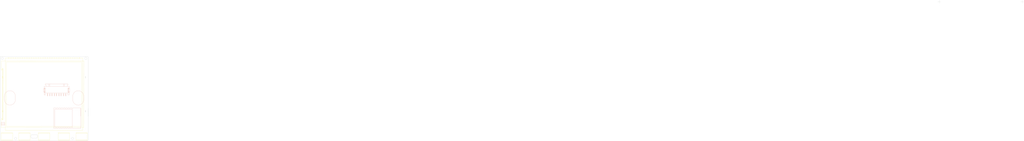
<source format=kicad_pcb>
(kicad_pcb (version 20171130) (host pcbnew "(5.1.4)-1")

  (general
    (thickness 1.6)
    (drawings 450)
    (tracks 0)
    (zones 0)
    (modules 0)
    (nets 1)
  )

  (page A4)
  (layers
    (0 F.Cu signal)
    (31 B.Cu signal)
    (32 B.Adhes user)
    (33 F.Adhes user)
    (34 B.Paste user)
    (35 F.Paste user)
    (36 B.SilkS user)
    (37 F.SilkS user)
    (38 B.Mask user)
    (39 F.Mask user)
    (40 Dwgs.User user)
    (41 Cmts.User user)
    (42 Eco1.User user)
    (43 Eco2.User user)
    (44 Edge.Cuts user)
    (45 Margin user)
    (46 B.CrtYd user)
    (47 F.CrtYd user)
    (48 B.Fab user)
    (49 F.Fab user)
  )

  (setup
    (last_trace_width 0.25)
    (trace_clearance 0.2)
    (zone_clearance 0.508)
    (zone_45_only no)
    (trace_min 0.2)
    (via_size 0.8)
    (via_drill 0.4)
    (via_min_size 0.4)
    (via_min_drill 0.3)
    (uvia_size 0.3)
    (uvia_drill 0.1)
    (uvias_allowed no)
    (uvia_min_size 0.2)
    (uvia_min_drill 0.1)
    (edge_width 0.05)
    (segment_width 0.2)
    (pcb_text_width 0.3)
    (pcb_text_size 1.5 1.5)
    (mod_edge_width 0.12)
    (mod_text_size 1 1)
    (mod_text_width 0.15)
    (pad_size 1.524 1.524)
    (pad_drill 0.762)
    (pad_to_mask_clearance 0.051)
    (solder_mask_min_width 0.25)
    (aux_axis_origin 0 0)
    (visible_elements FFFFFF7F)
    (pcbplotparams
      (layerselection 0x010fc_ffffffff)
      (usegerberextensions false)
      (usegerberattributes false)
      (usegerberadvancedattributes false)
      (creategerberjobfile false)
      (excludeedgelayer true)
      (linewidth 0.100000)
      (plotframeref false)
      (viasonmask false)
      (mode 1)
      (useauxorigin false)
      (hpglpennumber 1)
      (hpglpenspeed 20)
      (hpglpendiameter 15.000000)
      (psnegative false)
      (psa4output false)
      (plotreference true)
      (plotvalue true)
      (plotinvisibletext false)
      (padsonsilk false)
      (subtractmaskfromsilk false)
      (outputformat 1)
      (mirror false)
      (drillshape 1)
      (scaleselection 1)
      (outputdirectory ""))
  )

  (net 0 "")

  (net_class Default 这是默认网络类。
    (clearance 0.2)
    (trace_width 0.25)
    (via_dia 0.8)
    (via_drill 0.4)
    (uvia_dia 0.3)
    (uvia_drill 0.1)
  )

  (gr_arc (start 125.33592 118.91316) (end 125.33592 117.91316) (angle -90) (layer Edge.Cuts) (width 0.127))
  (gr_arc (start 125.33592 119.91316) (end 124.33592 119.91316) (angle -90) (layer Edge.Cuts) (width 0.127))
  (gr_arc (start 129.03593 119.91316) (end 129.03593 120.91316) (angle -90) (layer Edge.Cuts) (width 0.127))
  (gr_arc (start 129.03593 118.91316) (end 130.03593 118.91316) (angle -90) (layer Edge.Cuts) (width 0.127))
  (gr_circle (center 110.8859 121.36318) (end 111.8859 121.36318) (layer Edge.Cuts) (width 0.127))
  (gr_circle (center 172.48594 50.76314) (end 173.48594 50.76314) (layer Edge.Cuts) (width 0.127))
  (gr_circle (center 160.78593 121.36318) (end 161.78593 121.36318) (layer Edge.Cuts) (width 0.127))
  (gr_circle (center 99.18589 50.76314) (end 100.18589 50.76314) (layer Edge.Cuts) (width 0.127))
  (gr_line (start 125.33592 120.91316) (end 129.03593 120.91316) (layer Edge.Cuts) (width 0.127))
  (gr_line (start 130.03593 119.91316) (end 130.03593 118.91316) (layer Edge.Cuts) (width 0.127))
  (gr_line (start 124.33592 119.91316) (end 124.33592 118.91316) (layer Edge.Cuts) (width 0.127))
  (gr_line (start 125.33592 117.91316) (end 129.03593 117.91316) (layer Edge.Cuts) (width 0.127))
  (gr_line (start 920.82934 0.01) (end 920.82934 -0.18342) (layer Edge.Cuts) (width 0))
  (gr_line (start 920.98229 0.95049) (end 920.98229 0.93114) (layer Edge.Cuts) (width 0))
  (gr_line (start 920.99932 2.30498) (end 920.99932 -0.19502) (layer Edge.Cuts) (width 0))
  (gr_line (start 921.01635 0.95049) (end 921.01635 0.93114) (layer Edge.Cuts) (width 0))
  (gr_line (start 921.01635 1.17882) (end 921.01635 1.15947) (layer Edge.Cuts) (width 0))
  (gr_line (start 921.1693 0.01) (end 921.1693 -0.18342) (layer Edge.Cuts) (width 0))
  (gr_line (start 921.1693 2.29339) (end 921.1693 2.09996) (layer Edge.Cuts) (width 0))
  (gr_line (start 922.0443 0.885) (end 922.23772 0.885) (layer Edge.Cuts) (width 0))
  (gr_line (start 994.74438 0.885) (end 994.93773 0.885) (layer Edge.Cuts) (width 0))
  (gr_line (start 992.46099 0.885) (end 992.65435 0.885) (layer Edge.Cuts) (width 0))
  (gr_line (start 919.76092 0.885) (end 919.95434 0.885) (layer Edge.Cuts) (width 0))
  (gr_line (start 921.10381 1.03795) (end 921.12316 1.03795) (layer Edge.Cuts) (width 0))
  (gr_line (start 993.80388 1.03795) (end 993.82317 1.03795) (layer Edge.Cuts) (width 0))
  (gr_line (start 993.57549 1.03795) (end 993.59484 1.03795) (layer Edge.Cuts) (width 0))
  (gr_line (start 920.87548 1.03795) (end 920.89483 1.03795) (layer Edge.Cuts) (width 0))
  (gr_line (start 919.74932 1.05498) (end 922.24932 1.05498) (layer Edge.Cuts) (width 0))
  (gr_line (start 992.44933 1.05498) (end 994.94933 1.05498) (layer Edge.Cuts) (width 0))
  (gr_line (start 921.10381 1.07195) (end 921.12316 1.07195) (layer Edge.Cuts) (width 0))
  (gr_line (start 993.80388 1.07195) (end 993.82317 1.07195) (layer Edge.Cuts) (width 0))
  (gr_line (start 922.0443 1.22496) (end 922.23772 1.22496) (layer Edge.Cuts) (width 0))
  (gr_line (start 994.74438 1.22496) (end 994.93773 1.22496) (layer Edge.Cuts) (width 0))
  (gr_line (start 993.52935 0.01) (end 993.52935 -0.18342) (layer Edge.Cuts) (width 0))
  (gr_line (start 993.68236 0.95049) (end 993.68236 0.93114) (layer Edge.Cuts) (width 0))
  (gr_line (start 993.69933 2.30498) (end 993.69933 -0.19502) (layer Edge.Cuts) (width 0))
  (gr_line (start 993.71636 0.95049) (end 993.71636 0.93114) (layer Edge.Cuts) (width 0))
  (gr_line (start 993.71636 1.17882) (end 993.71636 1.15947) (layer Edge.Cuts) (width 0))
  (gr_line (start 993.86938 0.01) (end 993.86938 -0.18342) (layer Edge.Cuts) (width 0))
  (gr_line (start 993.86938 2.29339) (end 993.86938 2.09996) (layer Edge.Cuts) (width 0))
  (gr_line (start 173.93595 49.01314) (end 174.43595 49.51314) (layer Edge.Cuts) (width 0.127))
  (gr_line (start 173.93595 123.41318) (end 174.43595 122.91318) (layer Edge.Cuts) (width 0.127))
  (gr_line (start 174.43595 122.91318) (end 174.43595 49.51314) (layer Edge.Cuts) (width 0.127))
  (gr_line (start 172.51096 97.96317) (end 172.51096 96.76315) (layer Edge.Cuts) (width 0.127))
  (gr_line (start 172.51096 67.96315) (end 172.51096 66.76315) (layer Edge.Cuts) (width 0.127))
  (gr_line (start 171.86094 97.96317) (end 171.86094 96.76315) (layer Edge.Cuts) (width 0.127))
  (gr_line (start 171.86094 67.96315) (end 171.86094 66.76315) (layer Edge.Cuts) (width 0.127))
  (gr_line (start 97.73591 123.41318) (end 173.93595 123.41318) (layer Edge.Cuts) (width 0.127))
  (gr_line (start 171.86094 97.96317) (end 172.51096 97.96317) (layer Edge.Cuts) (width 0.127))
  (gr_line (start 171.86094 67.96315) (end 172.51096 67.96315) (layer Edge.Cuts) (width 0.127))
  (gr_line (start 171.86094 66.76315) (end 172.51096 66.76315) (layer Edge.Cuts) (width 0.127))
  (gr_line (start 97.23591 122.91318) (end 97.23591 49.51314) (layer Edge.Cuts) (width 0.127))
  (gr_line (start 97.73591 49.01314) (end 173.93595 49.01314) (layer Edge.Cuts) (width 0.127))
  (gr_line (start 97.23591 122.91318) (end 97.73591 123.41318) (layer Edge.Cuts) (width 0.127))
  (gr_line (start 97.23591 49.51314) (end 97.73591 49.01314) (layer Edge.Cuts) (width 0.127))
  (gr_line (start 174.40196 101.72173) (end 174.40196 94.58461) (layer Edge.Cuts) (width 0.127))
  (gr_line (start 173.83592 122.81319) (end 173.83592 116.31317) (layer F.SilkS) (width 0.127))
  (gr_line (start 163.83595 122.81319) (end 163.83595 116.31317) (layer F.SilkS) (width 0.127))
  (gr_line (start 158.13593 122.81319) (end 158.13593 116.31317) (layer F.SilkS) (width 0.127))
  (gr_line (start 148.13593 122.81319) (end 148.13593 116.31317) (layer F.SilkS) (width 0.127))
  (gr_line (start 140.83592 122.81319) (end 140.83592 116.31317) (layer F.SilkS) (width 0.127))
  (gr_line (start 130.83592 122.81319) (end 130.83592 116.31317) (layer F.SilkS) (width 0.127))
  (gr_line (start 123.53593 122.81319) (end 123.53593 116.31317) (layer F.SilkS) (width 0.127))
  (gr_line (start 113.5359 122.81319) (end 113.5359 116.31317) (layer F.SilkS) (width 0.127))
  (gr_line (start 98.23591 116.31317) (end 108.23591 116.31317) (layer F.SilkS) (width 0.127))
  (gr_line (start 113.5359 116.31317) (end 123.53593 116.31317) (layer F.SilkS) (width 0.127))
  (gr_line (start 130.83592 116.31317) (end 140.83592 116.31317) (layer F.SilkS) (width 0.127))
  (gr_line (start 148.13593 116.31317) (end 158.13593 116.31317) (layer F.SilkS) (width 0.127))
  (gr_line (start 163.83595 116.31317) (end 173.83592 116.31317) (layer F.SilkS) (width 0.127))
  (gr_line (start 98.23591 116.81317) (end 108.23591 116.81317) (layer F.SilkS) (width 0.127))
  (gr_line (start 113.5359 116.81317) (end 123.53593 116.81317) (layer F.SilkS) (width 0.127))
  (gr_line (start 130.83592 116.81317) (end 140.83592 116.81317) (layer F.SilkS) (width 0.127))
  (gr_line (start 148.13593 116.81317) (end 158.13593 116.81317) (layer F.SilkS) (width 0.127))
  (gr_line (start 163.83595 116.81317) (end 173.83592 116.81317) (layer F.SilkS) (width 0.127))
  (gr_line (start 108.23591 122.81319) (end 108.23591 116.31317) (layer F.SilkS) (width 0.127))
  (gr_line (start 98.23591 122.31319) (end 108.23591 122.31319) (layer F.SilkS) (width 0.127))
  (gr_line (start 113.5359 122.31319) (end 123.53593 122.31319) (layer F.SilkS) (width 0.127))
  (gr_line (start 130.83592 122.31319) (end 140.83592 122.31319) (layer F.SilkS) (width 0.127))
  (gr_line (start 148.13593 122.31319) (end 158.13593 122.31319) (layer F.SilkS) (width 0.127))
  (gr_line (start 163.83595 122.31319) (end 173.83592 122.31319) (layer F.SilkS) (width 0.127))
  (gr_line (start 98.23591 122.81319) (end 108.23591 122.81319) (layer F.SilkS) (width 0.127))
  (gr_line (start 113.5359 122.81319) (end 123.53593 122.81319) (layer F.SilkS) (width 0.127))
  (gr_line (start 130.83592 122.81319) (end 140.83592 122.81319) (layer F.SilkS) (width 0.127))
  (gr_line (start 148.13593 122.81319) (end 158.13593 122.81319) (layer F.SilkS) (width 0.127))
  (gr_line (start 163.83595 122.81319) (end 173.83592 122.81319) (layer F.SilkS) (width 0.127))
  (gr_line (start 98.23591 122.81319) (end 98.23591 116.31317) (layer F.SilkS) (width 0.127))
  (gr_line (start 98.32853 60.96385) (end 98.3336 53.11385) (layer F.SilkS) (width 0.127))
  (gr_line (start 98.29594 111.61388) (end 98.301 103.76386) (layer F.SilkS) (width 0.127))
  (gr_line (start 99.10029 104.86438) (end 99.10099 103.76437) (layer F.SilkS) (width 0.127))
  (gr_line (start 99.12852 60.96436) (end 99.12925 59.86437) (layer F.SilkS) (width 0.127))
  (gr_line (start 99.12531 104.83939) (end 99.15424 59.88937) (layer F.SilkS) (width 0.127))
  (gr_line (start 99.77531 104.83981) (end 99.80424 59.8898) (layer F.SilkS) (width 0.127))
  (gr_line (start 99.8003 104.86482) (end 99.82923 59.86481) (layer F.SilkS) (width 0.127))
  (gr_line (start 99.12925 59.86437) (end 99.82923 59.86481) (layer F.SilkS) (width 0.127))
  (gr_line (start 99.15424 59.88937) (end 99.80424 59.8898) (layer F.SilkS) (width 0.127))
  (gr_line (start 98.32853 60.96385) (end 99.12852 60.96436) (layer F.SilkS) (width 0.127))
  (gr_line (start 98.301 103.76386) (end 99.10099 103.76437) (layer F.SilkS) (width 0.127))
  (gr_line (start 99.12531 104.83939) (end 99.77531 104.83981) (layer F.SilkS) (width 0.127))
  (gr_line (start 99.10029 104.86438) (end 99.8003 104.86482) (layer F.SilkS) (width 0.127))
  (gr_line (start 98.29594 111.61388) (end 170.796 111.66051) (layer F.SilkS) (width 0.127))
  (gr_line (start 170.796 111.66051) (end 170.8336 53.16048) (layer F.SilkS) (width 0.127))
  (gr_line (start 98.3336 53.11385) (end 170.8336 53.16048) (layer F.SilkS) (width 0.127))
  (gr_line (start 99.1609 66.76315) (end 99.81089 66.76315) (layer F.SilkS) (width 0.127))
  (gr_line (start 99.1609 67.96315) (end 99.81089 67.96315) (layer F.SilkS) (width 0.127))
  (gr_line (start 99.1609 96.76315) (end 99.81089 96.76315) (layer F.SilkS) (width 0.127))
  (gr_line (start 99.1609 97.96317) (end 99.81089 97.96317) (layer F.SilkS) (width 0.127))
  (gr_line (start 99.81089 67.96315) (end 99.81089 66.76315) (layer F.SilkS) (width 0.127))
  (gr_line (start 99.81089 97.96317) (end 99.81089 96.76315) (layer F.SilkS) (width 0.127))
  (gr_line (start 99.1609 67.96315) (end 99.1609 66.76315) (layer F.SilkS) (width 0.127))
  (gr_line (start 99.1609 97.96317) (end 99.1609 96.76315) (layer F.SilkS) (width 0.127))
  (gr_line (start 102.83589 54.11314) (end 168.83592 54.11314) (layer F.SilkS) (width 0.127))
  (gr_line (start 168.83592 110.61318) (end 168.83592 54.11314) (layer F.SilkS) (width 0.127))
  (gr_line (start 102.83589 110.61318) (end 168.83592 110.61318) (layer F.SilkS) (width 0.127))
  (gr_line (start 102.83589 110.61318) (end 102.83589 54.11314) (layer F.SilkS) (width 0.127))
  (gr_line (start 166.58592 50.30315) (end 167.08592 50.30315) (layer F.SilkS) (width 0.127))
  (gr_line (start 104.58589 50.30315) (end 105.08589 50.30315) (layer F.SilkS) (width 0.127))
  (gr_line (start 104.58589 50.60313) (end 105.08589 50.60313) (layer F.SilkS) (width 0.127))
  (gr_line (start 166.58592 50.60313) (end 167.08592 50.60313) (layer F.SilkS) (width 0.127))
  (gr_line (start 104.58589 50.60313) (end 104.58589 50.30315) (layer F.SilkS) (width 0.127))
  (gr_line (start 104.58589 50.60313) (end 104.58589 50.30315) (layer F.SilkS) (width 0.127))
  (gr_line (start 105.08589 50.60313) (end 105.08589 50.30315) (layer F.SilkS) (width 0.127))
  (gr_line (start 105.08589 50.60313) (end 105.08589 50.30315) (layer F.SilkS) (width 0.127))
  (gr_line (start 106.58592 50.60313) (end 106.58592 50.30315) (layer F.SilkS) (width 0.127))
  (gr_line (start 107.08592 50.60313) (end 107.08592 50.30315) (layer F.SilkS) (width 0.127))
  (gr_line (start 108.58592 50.60313) (end 108.58592 50.30315) (layer F.SilkS) (width 0.127))
  (gr_line (start 109.08592 50.60313) (end 109.08592 50.30315) (layer F.SilkS) (width 0.127))
  (gr_line (start 110.58592 50.60313) (end 110.58592 50.30315) (layer F.SilkS) (width 0.127))
  (gr_line (start 111.08592 50.60313) (end 111.08592 50.30315) (layer F.SilkS) (width 0.127))
  (gr_line (start 112.58592 50.60313) (end 112.58592 50.30315) (layer F.SilkS) (width 0.127))
  (gr_line (start 113.08592 50.60313) (end 113.08592 50.30315) (layer F.SilkS) (width 0.127))
  (gr_line (start 114.58592 50.60313) (end 114.58592 50.30315) (layer F.SilkS) (width 0.127))
  (gr_line (start 115.08592 50.60313) (end 115.08592 50.30315) (layer F.SilkS) (width 0.127))
  (gr_line (start 116.58592 50.60313) (end 116.58592 50.30315) (layer F.SilkS) (width 0.127))
  (gr_line (start 117.08592 50.60313) (end 117.08592 50.30315) (layer F.SilkS) (width 0.127))
  (gr_line (start 118.58592 50.60313) (end 118.58592 50.30315) (layer F.SilkS) (width 0.127))
  (gr_line (start 119.08592 50.60313) (end 119.08592 50.30315) (layer F.SilkS) (width 0.127))
  (gr_line (start 120.58592 50.60313) (end 120.58592 50.30315) (layer F.SilkS) (width 0.127))
  (gr_line (start 121.08592 50.60313) (end 121.08592 50.30315) (layer F.SilkS) (width 0.127))
  (gr_line (start 122.58592 50.60313) (end 122.58592 50.30315) (layer F.SilkS) (width 0.127))
  (gr_line (start 123.08592 50.60313) (end 123.08592 50.30315) (layer F.SilkS) (width 0.127))
  (gr_line (start 124.58592 50.60313) (end 124.58592 50.30315) (layer F.SilkS) (width 0.127))
  (gr_line (start 125.08592 50.60313) (end 125.08592 50.30315) (layer F.SilkS) (width 0.127))
  (gr_line (start 126.58592 50.60313) (end 126.58592 50.30315) (layer F.SilkS) (width 0.127))
  (gr_line (start 127.08592 50.60313) (end 127.08592 50.30315) (layer F.SilkS) (width 0.127))
  (gr_line (start 128.58592 50.60313) (end 128.58592 50.30315) (layer F.SilkS) (width 0.127))
  (gr_line (start 129.08592 50.60313) (end 129.08592 50.30315) (layer F.SilkS) (width 0.127))
  (gr_line (start 130.58592 50.60313) (end 130.58592 50.30315) (layer F.SilkS) (width 0.127))
  (gr_line (start 131.08592 50.60313) (end 131.08592 50.30315) (layer F.SilkS) (width 0.127))
  (gr_line (start 132.58592 50.60313) (end 132.58592 50.30315) (layer F.SilkS) (width 0.127))
  (gr_line (start 133.08592 50.60313) (end 133.08592 50.30315) (layer F.SilkS) (width 0.127))
  (gr_line (start 134.58592 50.60313) (end 134.58592 50.30315) (layer F.SilkS) (width 0.127))
  (gr_line (start 135.08592 50.60313) (end 135.08592 50.30315) (layer F.SilkS) (width 0.127))
  (gr_line (start 136.58592 50.60313) (end 136.58592 50.30315) (layer F.SilkS) (width 0.127))
  (gr_line (start 137.08592 50.60313) (end 137.08592 50.30315) (layer F.SilkS) (width 0.127))
  (gr_line (start 138.58592 50.60313) (end 138.58592 50.30315) (layer F.SilkS) (width 0.127))
  (gr_line (start 139.08592 50.60313) (end 139.08592 50.30315) (layer F.SilkS) (width 0.127))
  (gr_line (start 140.58592 50.60313) (end 140.58592 50.30315) (layer F.SilkS) (width 0.127))
  (gr_line (start 141.08592 50.60313) (end 141.08592 50.30315) (layer F.SilkS) (width 0.127))
  (gr_line (start 142.58592 50.60313) (end 142.58592 50.30315) (layer F.SilkS) (width 0.127))
  (gr_line (start 143.08592 50.60313) (end 143.08592 50.30315) (layer F.SilkS) (width 0.127))
  (gr_line (start 144.58592 50.60313) (end 144.58592 50.30315) (layer F.SilkS) (width 0.127))
  (gr_line (start 145.08592 50.60313) (end 145.08592 50.30315) (layer F.SilkS) (width 0.127))
  (gr_line (start 146.58592 50.60313) (end 146.58592 50.30315) (layer F.SilkS) (width 0.127))
  (gr_line (start 147.08592 50.60313) (end 147.08592 50.30315) (layer F.SilkS) (width 0.127))
  (gr_line (start 148.58592 50.60313) (end 148.58592 50.30315) (layer F.SilkS) (width 0.127))
  (gr_line (start 149.08592 50.60313) (end 149.08592 50.30315) (layer F.SilkS) (width 0.127))
  (gr_line (start 150.58592 50.60313) (end 150.58592 50.30315) (layer F.SilkS) (width 0.127))
  (gr_line (start 151.08592 50.60313) (end 151.08592 50.30315) (layer F.SilkS) (width 0.127))
  (gr_line (start 152.58592 50.60313) (end 152.58592 50.30315) (layer F.SilkS) (width 0.127))
  (gr_line (start 153.08592 50.60313) (end 153.08592 50.30315) (layer F.SilkS) (width 0.127))
  (gr_line (start 154.58592 50.60313) (end 154.58592 50.30315) (layer F.SilkS) (width 0.127))
  (gr_line (start 155.08592 50.60313) (end 155.08592 50.30315) (layer F.SilkS) (width 0.127))
  (gr_line (start 156.58592 50.60313) (end 156.58592 50.30315) (layer F.SilkS) (width 0.127))
  (gr_line (start 157.08592 50.60313) (end 157.08592 50.30315) (layer F.SilkS) (width 0.127))
  (gr_line (start 104.58589 50.30315) (end 105.08589 50.30315) (layer F.SilkS) (width 0.127))
  (gr_line (start 106.58592 50.30315) (end 107.08592 50.30315) (layer F.SilkS) (width 0.127))
  (gr_line (start 108.58592 50.30315) (end 109.08592 50.30315) (layer F.SilkS) (width 0.127))
  (gr_line (start 110.58592 50.30315) (end 111.08592 50.30315) (layer F.SilkS) (width 0.127))
  (gr_line (start 112.58592 50.30315) (end 113.08592 50.30315) (layer F.SilkS) (width 0.127))
  (gr_line (start 114.58592 50.30315) (end 115.08592 50.30315) (layer F.SilkS) (width 0.127))
  (gr_line (start 116.58592 50.30315) (end 117.08592 50.30315) (layer F.SilkS) (width 0.127))
  (gr_line (start 118.58592 50.30315) (end 119.08592 50.30315) (layer F.SilkS) (width 0.127))
  (gr_line (start 120.58592 50.30315) (end 121.08592 50.30315) (layer F.SilkS) (width 0.127))
  (gr_line (start 122.58592 50.30315) (end 123.08592 50.30315) (layer F.SilkS) (width 0.127))
  (gr_line (start 124.58592 50.30315) (end 125.08592 50.30315) (layer F.SilkS) (width 0.127))
  (gr_line (start 126.58592 50.30315) (end 127.08592 50.30315) (layer F.SilkS) (width 0.127))
  (gr_line (start 128.58592 50.30315) (end 129.08592 50.30315) (layer F.SilkS) (width 0.127))
  (gr_line (start 130.58592 50.30315) (end 131.08592 50.30315) (layer F.SilkS) (width 0.127))
  (gr_line (start 132.58592 50.30315) (end 133.08592 50.30315) (layer F.SilkS) (width 0.127))
  (gr_line (start 134.58592 50.30315) (end 135.08592 50.30315) (layer F.SilkS) (width 0.127))
  (gr_line (start 136.58592 50.30315) (end 137.08592 50.30315) (layer F.SilkS) (width 0.127))
  (gr_line (start 138.58592 50.30315) (end 139.08592 50.30315) (layer F.SilkS) (width 0.127))
  (gr_line (start 140.58592 50.30315) (end 141.08592 50.30315) (layer F.SilkS) (width 0.127))
  (gr_line (start 142.58592 50.30315) (end 143.08592 50.30315) (layer F.SilkS) (width 0.127))
  (gr_line (start 144.58592 50.30315) (end 145.08592 50.30315) (layer F.SilkS) (width 0.127))
  (gr_line (start 146.58592 50.30315) (end 147.08592 50.30315) (layer F.SilkS) (width 0.127))
  (gr_line (start 148.58592 50.30315) (end 149.08592 50.30315) (layer F.SilkS) (width 0.127))
  (gr_line (start 150.58592 50.30315) (end 151.08592 50.30315) (layer F.SilkS) (width 0.127))
  (gr_line (start 152.58592 50.30315) (end 153.08592 50.30315) (layer F.SilkS) (width 0.127))
  (gr_line (start 154.58592 50.30315) (end 155.08592 50.30315) (layer F.SilkS) (width 0.127))
  (gr_line (start 156.58592 50.30315) (end 157.08592 50.30315) (layer F.SilkS) (width 0.127))
  (gr_line (start 158.58592 50.30315) (end 159.08592 50.30315) (layer F.SilkS) (width 0.127))
  (gr_line (start 160.58595 50.30315) (end 161.08592 50.30315) (layer F.SilkS) (width 0.127))
  (gr_line (start 162.58595 50.30315) (end 163.08595 50.30315) (layer F.SilkS) (width 0.127))
  (gr_line (start 164.58595 50.30315) (end 165.08595 50.30315) (layer F.SilkS) (width 0.127))
  (gr_line (start 166.58592 50.30315) (end 167.08592 50.30315) (layer F.SilkS) (width 0.127))
  (gr_line (start 166.58592 50.60313) (end 167.08592 50.60313) (layer F.SilkS) (width 0.127))
  (gr_line (start 164.58595 50.60313) (end 165.08595 50.60313) (layer F.SilkS) (width 0.127))
  (gr_line (start 162.58595 50.60313) (end 163.08595 50.60313) (layer F.SilkS) (width 0.127))
  (gr_line (start 160.58595 50.60313) (end 161.08592 50.60313) (layer F.SilkS) (width 0.127))
  (gr_line (start 158.58592 50.60313) (end 159.08592 50.60313) (layer F.SilkS) (width 0.127))
  (gr_line (start 156.58592 50.60313) (end 157.08592 50.60313) (layer F.SilkS) (width 0.127))
  (gr_line (start 154.58592 50.60313) (end 155.08592 50.60313) (layer F.SilkS) (width 0.127))
  (gr_line (start 152.58592 50.60313) (end 153.08592 50.60313) (layer F.SilkS) (width 0.127))
  (gr_line (start 150.58592 50.60313) (end 151.08592 50.60313) (layer F.SilkS) (width 0.127))
  (gr_line (start 148.58592 50.60313) (end 149.08592 50.60313) (layer F.SilkS) (width 0.127))
  (gr_line (start 146.58592 50.60313) (end 147.08592 50.60313) (layer F.SilkS) (width 0.127))
  (gr_line (start 144.58592 50.60313) (end 145.08592 50.60313) (layer F.SilkS) (width 0.127))
  (gr_line (start 142.58592 50.60313) (end 143.08592 50.60313) (layer F.SilkS) (width 0.127))
  (gr_line (start 140.58592 50.60313) (end 141.08592 50.60313) (layer F.SilkS) (width 0.127))
  (gr_line (start 138.58592 50.60313) (end 139.08592 50.60313) (layer F.SilkS) (width 0.127))
  (gr_line (start 136.58592 50.60313) (end 137.08592 50.60313) (layer F.SilkS) (width 0.127))
  (gr_line (start 134.58592 50.60313) (end 135.08592 50.60313) (layer F.SilkS) (width 0.127))
  (gr_line (start 132.58592 50.60313) (end 133.08592 50.60313) (layer F.SilkS) (width 0.127))
  (gr_line (start 130.58592 50.60313) (end 131.08592 50.60313) (layer F.SilkS) (width 0.127))
  (gr_line (start 128.58592 50.60313) (end 129.08592 50.60313) (layer F.SilkS) (width 0.127))
  (gr_line (start 126.58592 50.60313) (end 127.08592 50.60313) (layer F.SilkS) (width 0.127))
  (gr_line (start 124.58592 50.60313) (end 125.08592 50.60313) (layer F.SilkS) (width 0.127))
  (gr_line (start 122.58592 50.60313) (end 123.08592 50.60313) (layer F.SilkS) (width 0.127))
  (gr_line (start 120.58592 50.60313) (end 121.08592 50.60313) (layer F.SilkS) (width 0.127))
  (gr_line (start 118.58592 50.60313) (end 119.08592 50.60313) (layer F.SilkS) (width 0.127))
  (gr_line (start 116.58592 50.60313) (end 117.08592 50.60313) (layer F.SilkS) (width 0.127))
  (gr_line (start 114.58592 50.60313) (end 115.08592 50.60313) (layer F.SilkS) (width 0.127))
  (gr_line (start 112.58592 50.60313) (end 113.08592 50.60313) (layer F.SilkS) (width 0.127))
  (gr_line (start 110.58592 50.60313) (end 111.08592 50.60313) (layer F.SilkS) (width 0.127))
  (gr_line (start 108.58592 50.60313) (end 109.08592 50.60313) (layer F.SilkS) (width 0.127))
  (gr_line (start 106.58592 50.60313) (end 107.08592 50.60313) (layer F.SilkS) (width 0.127))
  (gr_line (start 104.58589 50.60313) (end 105.08589 50.60313) (layer F.SilkS) (width 0.127))
  (gr_line (start 158.58592 50.60313) (end 158.58592 50.30315) (layer F.SilkS) (width 0.127))
  (gr_line (start 159.08592 50.60313) (end 159.08592 50.30315) (layer F.SilkS) (width 0.127))
  (gr_line (start 160.58595 50.60313) (end 160.58595 50.30315) (layer F.SilkS) (width 0.127))
  (gr_line (start 161.08592 50.60313) (end 161.08592 50.30315) (layer F.SilkS) (width 0.127))
  (gr_line (start 162.58595 50.60313) (end 162.58595 50.30315) (layer F.SilkS) (width 0.127))
  (gr_line (start 163.08595 50.60313) (end 163.08595 50.30315) (layer F.SilkS) (width 0.127))
  (gr_line (start 164.58595 50.60313) (end 164.58595 50.30315) (layer F.SilkS) (width 0.127))
  (gr_line (start 165.08595 50.60313) (end 165.08595 50.30315) (layer F.SilkS) (width 0.127))
  (gr_line (start 166.58592 50.60313) (end 166.58592 50.30315) (layer F.SilkS) (width 0.127))
  (gr_line (start 166.58592 50.60313) (end 166.58592 50.30315) (layer F.SilkS) (width 0.127))
  (gr_line (start 167.08592 50.60313) (end 167.08592 50.30315) (layer F.SilkS) (width 0.127))
  (gr_line (start 167.08592 50.60313) (end 167.08592 50.30315) (layer F.SilkS) (width 0.127))
  (gr_line (start 166.03935 50.61314) (end 169.83592 50.61314) (layer F.SilkS) (width 0.127))
  (gr_line (start 104.06336 50.61314) (end 166.08592 50.61314) (layer F.SilkS) (width 0.127))
  (gr_line (start 101.83589 50.61314) (end 104.08589 50.61314) (layer F.SilkS) (width 0.127))
  (gr_line (start 169.83592 114.11318) (end 169.83592 50.61314) (layer F.SilkS) (width 0.127))
  (gr_line (start 167.58592 114.11318) (end 169.83592 114.11318) (layer F.SilkS) (width 0.127))
  (gr_line (start 101.83589 114.11318) (end 167.58592 114.11318) (layer F.SilkS) (width 0.127))
  (gr_line (start 101.83589 114.11318) (end 101.83589 50.61314) (layer F.SilkS) (width 0.127))
  (gr_circle (center 167.95744 94.45961) (end 167.98919 94.45961) (layer B.SilkS) (width 0.0635))
  (gr_arc (start 160.45741 94.45961) (end 159.95741 94.45961) (angle -180) (layer B.SilkS) (width 0.127))
  (gr_arc (start 158.45741 94.45961) (end 157.95741 94.45961) (angle -180) (layer B.SilkS) (width 0.127))
  (gr_arc (start 156.45741 94.45961) (end 155.95741 94.45961) (angle -180) (layer B.SilkS) (width 0.127))
  (gr_arc (start 154.45741 94.45961) (end 153.95741 94.45961) (angle -180) (layer B.SilkS) (width 0.127))
  (gr_arc (start 152.45741 94.45961) (end 151.95741 94.45961) (angle -180) (layer B.SilkS) (width 0.127))
  (gr_arc (start 150.45741 94.45961) (end 149.95741 94.45961) (angle -180) (layer B.SilkS) (width 0.127))
  (gr_arc (start 148.45741 94.45961) (end 147.95741 94.45961) (angle -180) (layer B.SilkS) (width 0.127))
  (gr_arc (start 146.45741 94.45961) (end 145.95741 94.45961) (angle -180) (layer B.SilkS) (width 0.127))
  (gr_arc (start 146.45741 112.45963) (end 146.95741 112.45963) (angle -180) (layer B.SilkS) (width 0.127))
  (gr_arc (start 148.45741 112.45963) (end 148.95741 112.45963) (angle -180) (layer B.SilkS) (width 0.127))
  (gr_arc (start 150.45741 112.45963) (end 150.95741 112.45963) (angle -180) (layer B.SilkS) (width 0.127))
  (gr_arc (start 152.45741 112.45963) (end 152.95741 112.45963) (angle -180) (layer B.SilkS) (width 0.127))
  (gr_arc (start 154.45741 112.45963) (end 154.95741 112.45963) (angle -180) (layer B.SilkS) (width 0.127))
  (gr_arc (start 156.45741 112.45963) (end 156.95741 112.45963) (angle -180) (layer B.SilkS) (width 0.127))
  (gr_arc (start 158.45741 112.45963) (end 158.95741 112.45963) (angle -180) (layer B.SilkS) (width 0.127))
  (gr_arc (start 160.45741 112.45963) (end 160.95741 112.45963) (angle -180) (layer B.SilkS) (width 0.127))
  (gr_arc (start 165.79325 87.21317) (end 161.050201 86.956296) (angle -180) (layer B.SilkS) (width 0.127))
  (gr_arc (start 165.79325 84.01315) (end 170.536299 83.756276) (angle -180) (layer B.SilkS) (width 0.127))
  (gr_arc (start 105.87861 84.01315) (end 110.621659 84.270024) (angle -180) (layer B.SilkS) (width 0.127))
  (gr_arc (start 105.87861 87.21317) (end 101.135561 87.470044) (angle -180) (layer B.SilkS) (width 0.127))
  (gr_arc (start 135.83592 85.61316) (end 161.048981 86.978651) (angle -6.1) (layer B.SilkS) (width 0.127))
  (gr_arc (start 135.83592 85.61316) (end 110.622859 84.247669) (angle -6.1) (layer B.SilkS) (width 0.127))
  (gr_arc (start 135.83592 85.61316) (end 170.535089 87.4924) (angle -6.1) (layer B.SilkS) (width 0.127))
  (gr_arc (start 135.83592 85.61316) (end 101.136751 83.73392) (angle -6.1) (layer B.SilkS) (width 0.127))
  (gr_line (start 98.23591 109.66316) (end 101.23591 109.66316) (layer B.SilkS) (width 0.127))
  (gr_line (start 98.23591 108.66316) (end 101.23591 108.66316) (layer B.SilkS) (width 0.127))
  (gr_line (start 98.23591 108.16316) (end 101.23591 108.16316) (layer B.SilkS) (width 0.127))
  (gr_line (start 98.23591 107.16316) (end 101.23591 107.16316) (layer B.SilkS) (width 0.127))
  (gr_line (start 101.23591 107.36318) (end 101.23591 107.16316) (layer B.SilkS) (width 0.127))
  (gr_line (start 101.23591 109.66316) (end 101.23591 109.46317) (layer B.SilkS) (width 0.127))
  (gr_line (start 101.23591 109.46317) (end 101.23591 108.46317) (layer B.SilkS) (width 0.127))
  (gr_line (start 101.23591 108.36318) (end 101.23591 107.36318) (layer B.SilkS) (width 0.127))
  (gr_line (start 98.23591 109.66316) (end 98.23591 108.66316) (layer B.SilkS) (width 0.127))
  (gr_line (start 98.23591 108.16316) (end 98.23591 107.16316) (layer B.SilkS) (width 0.127))
  (gr_line (start 171.86094 96.76315) (end 172.51096 96.76315) (layer B.SilkS) (width 0.127))
  (gr_line (start 167.95744 101.72173) (end 167.95744 94.58461) (layer B.SilkS) (width 0.127))
  (gr_line (start 167.95744 112.45963) (end 167.95744 94.45961) (layer B.SilkS) (width 0.127))
  (gr_line (start 160.70741 111.20963) (end 160.70741 95.70961) (layer B.SilkS) (width 0.127))
  (gr_line (start 145.15739 111.20963) (end 145.15739 95.70961) (layer B.SilkS) (width 0.127))
  (gr_line (start 144.45741 112.45963) (end 144.45741 94.45961) (layer B.SilkS) (width 0.127))
  (gr_line (start 136.82517 73.38603) (end 156.8252 73.38603) (layer B.SilkS) (width 0.127))
  (gr_line (start 135.82517 75.38603) (end 157.8252 75.38603) (layer B.SilkS) (width 0.127))
  (gr_line (start 156.8252 76.78604) (end 157.3252 76.78604) (layer B.SilkS) (width 0.127))
  (gr_line (start 136.32517 76.78604) (end 136.82517 76.78604) (layer B.SilkS) (width 0.127))
  (gr_line (start 156.8252 77.38603) (end 157.8252 77.38603) (layer B.SilkS) (width 0.127))
  (gr_line (start 135.82517 77.38603) (end 136.82517 77.38603) (layer B.SilkS) (width 0.127))
  (gr_line (start 135.32517 77.43604) (end 136.82517 77.43604) (layer B.SilkS) (width 0.127))
  (gr_line (start 156.8252 77.43604) (end 158.3252 77.43604) (layer B.SilkS) (width 0.127))
  (gr_line (start 136.82517 73.88603) (end 137.57517 74.63603) (layer B.SilkS) (width 0.127))
  (gr_line (start 135.32517 80.33605) (end 135.32517 77.43604) (layer B.SilkS) (width 0.127))
  (gr_line (start 135.82517 83.08605) (end 135.82517 80.38603) (layer B.SilkS) (width 0.127))
  (gr_line (start 135.82517 77.38603) (end 135.82517 75.38603) (layer B.SilkS) (width 0.127))
  (gr_line (start 136.02519 80.33605) (end 136.02519 77.43604) (layer B.SilkS) (width 0.127))
  (gr_line (start 136.32517 77.38603) (end 136.32517 76.78604) (layer B.SilkS) (width 0.127))
  (gr_line (start 136.32517 80.88603) (end 136.32517 80.38603) (layer B.SilkS) (width 0.127))
  (gr_line (start 136.52519 80.33605) (end 136.52519 77.43604) (layer B.SilkS) (width 0.127))
  (gr_line (start 136.82517 73.88603) (end 136.82517 73.38603) (layer B.SilkS) (width 0.127))
  (gr_line (start 136.82517 80.88603) (end 136.82517 76.78604) (layer B.SilkS) (width 0.127))
  (gr_line (start 137.02519 83.08605) (end 137.02519 81.38603) (layer B.SilkS) (width 0.127))
  (gr_line (start 137.57517 75.38603) (end 137.57517 74.63603) (layer B.SilkS) (width 0.127))
  (gr_line (start 138.57517 83.88603) (end 138.57517 81.38603) (layer B.SilkS) (width 0.127))
  (gr_line (start 135.32517 80.33605) (end 136.82517 80.33605) (layer B.SilkS) (width 0.127))
  (gr_line (start 156.8252 80.33605) (end 158.3252 80.33605) (layer B.SilkS) (width 0.127))
  (gr_line (start 156.8252 80.38603) (end 157.8252 80.38603) (layer B.SilkS) (width 0.127))
  (gr_line (start 135.82517 80.38603) (end 136.82517 80.38603) (layer B.SilkS) (width 0.127))
  (gr_line (start 136.32517 80.88603) (end 136.82517 80.88603) (layer B.SilkS) (width 0.127))
  (gr_line (start 156.8252 80.88603) (end 157.3252 80.88603) (layer B.SilkS) (width 0.127))
  (gr_line (start 139.07517 83.88603) (end 139.07517 81.38603) (layer B.SilkS) (width 0.127))
  (gr_line (start 139.9502 75.38603) (end 139.9502 73.38603) (layer B.SilkS) (width 0.127))
  (gr_line (start 140.5752 83.88603) (end 140.5752 81.38603) (layer B.SilkS) (width 0.127))
  (gr_line (start 140.75019 75.38603) (end 140.75019 73.38603) (layer B.SilkS) (width 0.127))
  (gr_line (start 141.07517 83.88603) (end 141.07517 81.38603) (layer B.SilkS) (width 0.127))
  (gr_line (start 144.45741 94.45961) (end 145.95741 94.45961) (layer B.SilkS) (width 0.127))
  (gr_line (start 146.95741 94.45961) (end 147.95741 94.45961) (layer B.SilkS) (width 0.127))
  (gr_line (start 148.95741 94.45961) (end 149.95741 94.45961) (layer B.SilkS) (width 0.127))
  (gr_line (start 150.95741 94.45961) (end 151.95741 94.45961) (layer B.SilkS) (width 0.127))
  (gr_line (start 152.95741 94.45961) (end 153.95741 94.45961) (layer B.SilkS) (width 0.127))
  (gr_line (start 154.95741 94.45961) (end 155.95741 94.45961) (layer B.SilkS) (width 0.127))
  (gr_line (start 156.95741 94.45961) (end 157.95741 94.45961) (layer B.SilkS) (width 0.127))
  (gr_line (start 158.95741 94.45961) (end 159.95741 94.45961) (layer B.SilkS) (width 0.127))
  (gr_line (start 160.95741 94.45961) (end 167.95744 94.45961) (layer B.SilkS) (width 0.127))
  (gr_line (start 142.5752 83.88603) (end 142.5752 81.38603) (layer B.SilkS) (width 0.127))
  (gr_line (start 135.82517 81.38603) (end 157.8252 81.38603) (layer B.SilkS) (width 0.127))
  (gr_line (start 154.5752 82.28604) (end 155.0752 82.28604) (layer B.SilkS) (width 0.127))
  (gr_line (start 152.5752 82.28604) (end 153.0752 82.28604) (layer B.SilkS) (width 0.127))
  (gr_line (start 150.5752 82.28604) (end 151.0752 82.28604) (layer B.SilkS) (width 0.127))
  (gr_line (start 148.5752 82.28604) (end 149.0752 82.28604) (layer B.SilkS) (width 0.127))
  (gr_line (start 146.5752 82.28604) (end 147.0752 82.28604) (layer B.SilkS) (width 0.127))
  (gr_line (start 144.5752 82.28604) (end 145.0752 82.28604) (layer B.SilkS) (width 0.127))
  (gr_line (start 142.5752 82.28604) (end 143.0752 82.28604) (layer B.SilkS) (width 0.127))
  (gr_line (start 140.5752 82.28604) (end 141.07517 82.28604) (layer B.SilkS) (width 0.127))
  (gr_line (start 138.57517 82.28604) (end 139.07517 82.28604) (layer B.SilkS) (width 0.127))
  (gr_line (start 154.5752 82.93604) (end 155.0752 82.93604) (layer B.SilkS) (width 0.127))
  (gr_line (start 152.5752 82.93604) (end 153.0752 82.93604) (layer B.SilkS) (width 0.127))
  (gr_line (start 150.5752 82.93604) (end 151.0752 82.93604) (layer B.SilkS) (width 0.127))
  (gr_line (start 148.5752 82.93604) (end 149.0752 82.93604) (layer B.SilkS) (width 0.127))
  (gr_line (start 146.5752 82.93604) (end 147.0752 82.93604) (layer B.SilkS) (width 0.127))
  (gr_line (start 144.5752 82.93604) (end 145.0752 82.93604) (layer B.SilkS) (width 0.127))
  (gr_line (start 142.5752 82.93604) (end 143.0752 82.93604) (layer B.SilkS) (width 0.127))
  (gr_line (start 140.5752 82.93604) (end 141.07517 82.93604) (layer B.SilkS) (width 0.127))
  (gr_line (start 138.57517 82.93604) (end 139.07517 82.93604) (layer B.SilkS) (width 0.127))
  (gr_line (start 156.62519 83.08605) (end 157.8252 83.08605) (layer B.SilkS) (width 0.127))
  (gr_line (start 154.5752 83.08605) (end 155.0752 83.08605) (layer B.SilkS) (width 0.127))
  (gr_line (start 152.5752 83.08605) (end 153.0752 83.08605) (layer B.SilkS) (width 0.127))
  (gr_line (start 150.5752 83.08605) (end 151.0752 83.08605) (layer B.SilkS) (width 0.127))
  (gr_line (start 148.5752 83.08605) (end 149.0752 83.08605) (layer B.SilkS) (width 0.127))
  (gr_line (start 146.5752 83.08605) (end 147.0752 83.08605) (layer B.SilkS) (width 0.127))
  (gr_line (start 144.5752 83.08605) (end 145.0752 83.08605) (layer B.SilkS) (width 0.127))
  (gr_line (start 142.5752 83.08605) (end 143.0752 83.08605) (layer B.SilkS) (width 0.127))
  (gr_line (start 140.5752 83.08605) (end 141.07517 83.08605) (layer B.SilkS) (width 0.127))
  (gr_line (start 138.57517 83.08605) (end 139.07517 83.08605) (layer B.SilkS) (width 0.127))
  (gr_line (start 135.82517 83.08605) (end 137.02519 83.08605) (layer B.SilkS) (width 0.127))
  (gr_line (start 154.5752 83.88603) (end 155.0752 83.88603) (layer B.SilkS) (width 0.127))
  (gr_line (start 152.5752 83.88603) (end 153.0752 83.88603) (layer B.SilkS) (width 0.127))
  (gr_line (start 150.5752 83.88603) (end 151.0752 83.88603) (layer B.SilkS) (width 0.127))
  (gr_line (start 148.5752 83.88603) (end 149.0752 83.88603) (layer B.SilkS) (width 0.127))
  (gr_line (start 146.5752 83.88603) (end 147.0752 83.88603) (layer B.SilkS) (width 0.127))
  (gr_line (start 144.5752 83.88603) (end 145.0752 83.88603) (layer B.SilkS) (width 0.127))
  (gr_line (start 142.5752 83.88603) (end 143.0752 83.88603) (layer B.SilkS) (width 0.127))
  (gr_line (start 140.5752 83.88603) (end 141.07517 83.88603) (layer B.SilkS) (width 0.127))
  (gr_line (start 138.57517 83.88603) (end 139.07517 83.88603) (layer B.SilkS) (width 0.127))
  (gr_line (start 143.0752 83.88603) (end 143.0752 81.38603) (layer B.SilkS) (width 0.127))
  (gr_line (start 145.15739 95.70961) (end 160.70741 95.70961) (layer B.SilkS) (width 0.127))
  (gr_line (start 144.5752 83.88603) (end 144.5752 81.38603) (layer B.SilkS) (width 0.127))
  (gr_line (start 145.0752 83.88603) (end 145.0752 81.38603) (layer B.SilkS) (width 0.127))
  (gr_line (start 146.5752 83.88603) (end 146.5752 81.38603) (layer B.SilkS) (width 0.127))
  (gr_line (start 147.0752 83.88603) (end 147.0752 81.38603) (layer B.SilkS) (width 0.127))
  (gr_line (start 148.5752 83.88603) (end 148.5752 81.38603) (layer B.SilkS) (width 0.127))
  (gr_line (start 149.0752 83.88603) (end 149.0752 81.38603) (layer B.SilkS) (width 0.127))
  (gr_line (start 156.0752 74.63603) (end 156.8252 73.88603) (layer B.SilkS) (width 0.127))
  (gr_line (start 150.5752 83.88603) (end 150.5752 81.38603) (layer B.SilkS) (width 0.127))
  (gr_line (start 151.0752 83.88603) (end 151.0752 81.38603) (layer B.SilkS) (width 0.127))
  (gr_line (start 152.5752 83.88603) (end 152.5752 81.38603) (layer B.SilkS) (width 0.127))
  (gr_line (start 152.90019 75.38603) (end 152.90019 73.38603) (layer B.SilkS) (width 0.127))
  (gr_line (start 153.0752 83.88603) (end 153.0752 81.38603) (layer B.SilkS) (width 0.127))
  (gr_line (start 153.7002 75.38603) (end 153.7002 73.38603) (layer B.SilkS) (width 0.127))
  (gr_line (start 154.5752 83.88603) (end 154.5752 81.38603) (layer B.SilkS) (width 0.127))
  (gr_line (start 155.0752 83.88603) (end 155.0752 81.38603) (layer B.SilkS) (width 0.127))
  (gr_line (start 156.0752 75.38603) (end 156.0752 74.63603) (layer B.SilkS) (width 0.127))
  (gr_line (start 156.62519 83.08605) (end 156.62519 81.38603) (layer B.SilkS) (width 0.127))
  (gr_line (start 156.8252 73.88603) (end 156.8252 73.38603) (layer B.SilkS) (width 0.127))
  (gr_line (start 156.8252 80.88603) (end 156.8252 76.78604) (layer B.SilkS) (width 0.127))
  (gr_line (start 157.12519 80.33605) (end 157.12519 77.43604) (layer B.SilkS) (width 0.127))
  (gr_line (start 157.3252 77.38603) (end 157.3252 76.78604) (layer B.SilkS) (width 0.127))
  (gr_line (start 157.3252 80.88603) (end 157.3252 80.38603) (layer B.SilkS) (width 0.127))
  (gr_line (start 157.62519 80.33605) (end 157.62519 77.43604) (layer B.SilkS) (width 0.127))
  (gr_line (start 157.8252 83.08605) (end 157.8252 80.38603) (layer B.SilkS) (width 0.127))
  (gr_line (start 157.8252 77.38603) (end 157.8252 75.38603) (layer B.SilkS) (width 0.127))
  (gr_line (start 158.3252 80.33605) (end 158.3252 77.43604) (layer B.SilkS) (width 0.127))
  (gr_line (start 145.15739 111.20963) (end 160.70741 111.20963) (layer B.SilkS) (width 0.127))
  (gr_line (start 160.95741 112.45963) (end 167.95744 112.45963) (layer B.SilkS) (width 0.127))
  (gr_line (start 158.95741 112.45963) (end 159.95741 112.45963) (layer B.SilkS) (width 0.127))
  (gr_line (start 156.95741 112.45963) (end 157.95741 112.45963) (layer B.SilkS) (width 0.127))
  (gr_line (start 154.95741 112.45963) (end 155.95741 112.45963) (layer B.SilkS) (width 0.127))
  (gr_line (start 152.95741 112.45963) (end 153.95741 112.45963) (layer B.SilkS) (width 0.127))
  (gr_line (start 150.95741 112.45963) (end 151.95741 112.45963) (layer B.SilkS) (width 0.127))
  (gr_line (start 148.95741 112.45963) (end 149.95741 112.45963) (layer B.SilkS) (width 0.127))
  (gr_line (start 146.95741 112.45963) (end 147.95741 112.45963) (layer B.SilkS) (width 0.127))
  (gr_line (start 144.45741 112.45963) (end 145.95741 112.45963) (layer B.SilkS) (width 0.127))
  (gr_circle (center 174.40196 94.45961) (end 174.43371 94.45961) (layer Dwgs.User) (width 0.0635))
  (gr_circle (center 993.69933 1.05498) (end 995.34933 1.05498) (layer Dwgs.User) (width 0))
  (gr_circle (center 920.99932 1.05498) (end 922.64932 1.05498) (layer Dwgs.User) (width 0))
  (gr_arc (start 994.74438 2.09996) (end 994.74438 1.22496) (angle -90) (layer Dwgs.User) (width 0))
  (gr_arc (start 993.80388 1.15947) (end 993.80388 1.07197) (angle -90) (layer Dwgs.User) (width 0))
  (gr_arc (start 994.74438 0.01) (end 993.86938 0.01) (angle -90) (layer Dwgs.User) (width 0))
  (gr_arc (start 993.80388 0.95049) (end 993.71638 0.95049) (angle -90) (layer Dwgs.User) (width 0))
  (gr_arc (start 993.69933 1.05498) (end 992.460895 0.885336) (angle -7.8) (layer Dwgs.User) (width 0))
  (gr_arc (start 993.69933 1.05498) (end 994.937765 1.224624) (angle -15.6) (layer Dwgs.User) (width 0))
  (gr_arc (start 993.69933 1.05498) (end 993.69933 2.30498) (angle -7.8) (layer Dwgs.User) (width 0))
  (gr_arc (start 993.69933 1.05498) (end 993.868974 -0.183455) (angle -15.6) (layer Dwgs.User) (width 0))
  (gr_arc (start 992.65435 0.01) (end 992.65435 0.885) (angle -90) (layer Dwgs.User) (width 0))
  (gr_arc (start 993.69933 1.05498) (end 993.575487 1.038016) (angle -7.8) (layer Dwgs.User) (width 0))
  (gr_arc (start 993.69933 1.05498) (end 993.716294 0.931137) (angle -15.6) (layer Dwgs.User) (width 0))
  (gr_arc (start 993.69933 1.05498) (end 993.823173 1.071944) (angle -15.6) (layer Dwgs.User) (width 0))
  (gr_arc (start 993.69933 1.05498) (end 993.69933 1.17998) (angle -7.8) (layer Dwgs.User) (width 0))
  (gr_arc (start 993.59484 0.95049) (end 993.59484 1.03799) (angle -90) (layer Dwgs.User) (width 0))
  (gr_circle (center 922.39934 5.61589) (end 923.29934 5.61589) (layer Dwgs.User) (width 0))
  (gr_arc (start 922.0443 0.01) (end 921.1693 0.01) (angle -90) (layer Dwgs.User) (width 0))
  (gr_arc (start 922.0443 2.09996) (end 922.0443 1.22496) (angle -90) (layer Dwgs.User) (width 0))
  (gr_circle (center 919.89934 5.61589) (end 920.79934 5.61589) (layer Dwgs.User) (width 0))
  (gr_arc (start 920.99932 1.05498) (end 919.760885 0.885336) (angle -7.8) (layer Dwgs.User) (width 0))
  (gr_arc (start 920.99932 1.05498) (end 922.237755 1.224624) (angle -15.6) (layer Dwgs.User) (width 0))
  (gr_arc (start 920.99932 1.05498) (end 920.99932 2.30498) (angle -7.8) (layer Dwgs.User) (width 0))
  (gr_arc (start 920.99932 1.05498) (end 921.168964 -0.183455) (angle -15.6) (layer Dwgs.User) (width 0))
  (gr_arc (start 919.95434 0.01) (end 919.95434 0.885) (angle -90) (layer Dwgs.User) (width 0))
  (gr_arc (start 920.99932 1.05498) (end 920.875477 1.038016) (angle -7.8) (layer Dwgs.User) (width 0))
  (gr_arc (start 920.99932 1.05498) (end 921.016284 0.931137) (angle -15.6) (layer Dwgs.User) (width 0))
  (gr_arc (start 920.99932 1.05498) (end 921.123163 1.071944) (angle -15.6) (layer Dwgs.User) (width 0))
  (gr_arc (start 920.99932 1.05498) (end 920.99932 1.17998) (angle -7.8) (layer Dwgs.User) (width 0))
  (gr_arc (start 921.10381 0.95049) (end 921.01631 0.95049) (angle -90) (layer Dwgs.User) (width 0))
  (gr_arc (start 921.10381 1.15947) (end 921.10381 1.07197) (angle -90) (layer Dwgs.User) (width 0))
  (gr_arc (start 920.89483 0.95049) (end 920.89483 1.03799) (angle -90) (layer Dwgs.User) (width 0))

)

</source>
